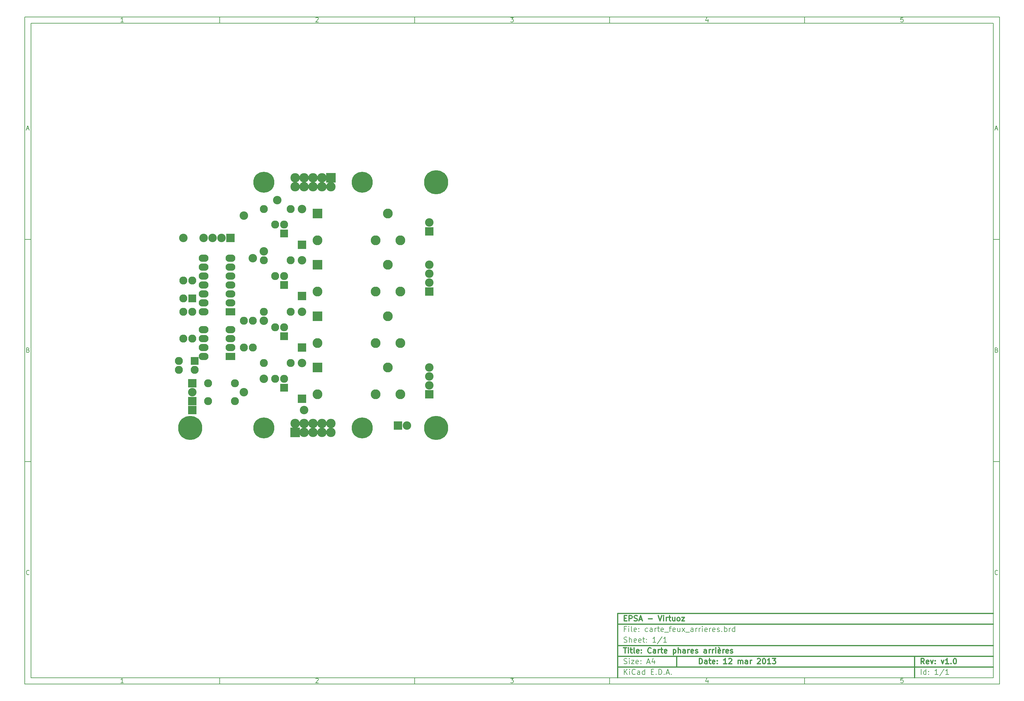
<source format=gts>
G04 (created by PCBNEW-RS274X (2012-01-19 BZR 3256)-stable) date 12/03/2013 15:18:44*
G01*
G70*
G90*
%MOIN*%
G04 Gerber Fmt 3.4, Leading zero omitted, Abs format*
%FSLAX34Y34*%
G04 APERTURE LIST*
%ADD10C,0.006000*%
%ADD11C,0.012000*%
%ADD12C,0.235000*%
%ADD13R,0.105000X0.105000*%
%ADD14C,0.105000*%
%ADD15R,0.095000X0.095000*%
%ADD16C,0.095000*%
%ADD17R,0.090000X0.090000*%
%ADD18C,0.090000*%
%ADD19R,0.110000X0.110000*%
%ADD20C,0.110000*%
%ADD21R,0.110000X0.082000*%
%ADD22O,0.110000X0.082000*%
%ADD23C,0.270000*%
G04 APERTURE END LIST*
G54D10*
X04000Y-04000D02*
X113000Y-04000D01*
X113000Y-78670D01*
X04000Y-78670D01*
X04000Y-04000D01*
X04700Y-04700D02*
X112300Y-04700D01*
X112300Y-77970D01*
X04700Y-77970D01*
X04700Y-04700D01*
X25800Y-04000D02*
X25800Y-04700D01*
X15043Y-04552D02*
X14757Y-04552D01*
X14900Y-04552D02*
X14900Y-04052D01*
X14852Y-04124D01*
X14805Y-04171D01*
X14757Y-04195D01*
X25800Y-78670D02*
X25800Y-77970D01*
X15043Y-78522D02*
X14757Y-78522D01*
X14900Y-78522D02*
X14900Y-78022D01*
X14852Y-78094D01*
X14805Y-78141D01*
X14757Y-78165D01*
X47600Y-04000D02*
X47600Y-04700D01*
X36557Y-04100D02*
X36581Y-04076D01*
X36629Y-04052D01*
X36748Y-04052D01*
X36795Y-04076D01*
X36819Y-04100D01*
X36843Y-04148D01*
X36843Y-04195D01*
X36819Y-04267D01*
X36533Y-04552D01*
X36843Y-04552D01*
X47600Y-78670D02*
X47600Y-77970D01*
X36557Y-78070D02*
X36581Y-78046D01*
X36629Y-78022D01*
X36748Y-78022D01*
X36795Y-78046D01*
X36819Y-78070D01*
X36843Y-78118D01*
X36843Y-78165D01*
X36819Y-78237D01*
X36533Y-78522D01*
X36843Y-78522D01*
X69400Y-04000D02*
X69400Y-04700D01*
X58333Y-04052D02*
X58643Y-04052D01*
X58476Y-04243D01*
X58548Y-04243D01*
X58595Y-04267D01*
X58619Y-04290D01*
X58643Y-04338D01*
X58643Y-04457D01*
X58619Y-04505D01*
X58595Y-04529D01*
X58548Y-04552D01*
X58405Y-04552D01*
X58357Y-04529D01*
X58333Y-04505D01*
X69400Y-78670D02*
X69400Y-77970D01*
X58333Y-78022D02*
X58643Y-78022D01*
X58476Y-78213D01*
X58548Y-78213D01*
X58595Y-78237D01*
X58619Y-78260D01*
X58643Y-78308D01*
X58643Y-78427D01*
X58619Y-78475D01*
X58595Y-78499D01*
X58548Y-78522D01*
X58405Y-78522D01*
X58357Y-78499D01*
X58333Y-78475D01*
X91200Y-04000D02*
X91200Y-04700D01*
X80395Y-04219D02*
X80395Y-04552D01*
X80276Y-04029D02*
X80157Y-04386D01*
X80467Y-04386D01*
X91200Y-78670D02*
X91200Y-77970D01*
X80395Y-78189D02*
X80395Y-78522D01*
X80276Y-77999D02*
X80157Y-78356D01*
X80467Y-78356D01*
X102219Y-04052D02*
X101981Y-04052D01*
X101957Y-04290D01*
X101981Y-04267D01*
X102029Y-04243D01*
X102148Y-04243D01*
X102195Y-04267D01*
X102219Y-04290D01*
X102243Y-04338D01*
X102243Y-04457D01*
X102219Y-04505D01*
X102195Y-04529D01*
X102148Y-04552D01*
X102029Y-04552D01*
X101981Y-04529D01*
X101957Y-04505D01*
X102219Y-78022D02*
X101981Y-78022D01*
X101957Y-78260D01*
X101981Y-78237D01*
X102029Y-78213D01*
X102148Y-78213D01*
X102195Y-78237D01*
X102219Y-78260D01*
X102243Y-78308D01*
X102243Y-78427D01*
X102219Y-78475D01*
X102195Y-78499D01*
X102148Y-78522D01*
X102029Y-78522D01*
X101981Y-78499D01*
X101957Y-78475D01*
X04000Y-28890D02*
X04700Y-28890D01*
X04231Y-16510D02*
X04469Y-16510D01*
X04184Y-16652D02*
X04350Y-16152D01*
X04517Y-16652D01*
X113000Y-28890D02*
X112300Y-28890D01*
X112531Y-16510D02*
X112769Y-16510D01*
X112484Y-16652D02*
X112650Y-16152D01*
X112817Y-16652D01*
X04000Y-53780D02*
X04700Y-53780D01*
X04386Y-41280D02*
X04457Y-41304D01*
X04481Y-41328D01*
X04505Y-41376D01*
X04505Y-41447D01*
X04481Y-41495D01*
X04457Y-41519D01*
X04410Y-41542D01*
X04219Y-41542D01*
X04219Y-41042D01*
X04386Y-41042D01*
X04433Y-41066D01*
X04457Y-41090D01*
X04481Y-41138D01*
X04481Y-41185D01*
X04457Y-41233D01*
X04433Y-41257D01*
X04386Y-41280D01*
X04219Y-41280D01*
X113000Y-53780D02*
X112300Y-53780D01*
X112686Y-41280D02*
X112757Y-41304D01*
X112781Y-41328D01*
X112805Y-41376D01*
X112805Y-41447D01*
X112781Y-41495D01*
X112757Y-41519D01*
X112710Y-41542D01*
X112519Y-41542D01*
X112519Y-41042D01*
X112686Y-41042D01*
X112733Y-41066D01*
X112757Y-41090D01*
X112781Y-41138D01*
X112781Y-41185D01*
X112757Y-41233D01*
X112733Y-41257D01*
X112686Y-41280D01*
X112519Y-41280D01*
X04505Y-66385D02*
X04481Y-66409D01*
X04410Y-66432D01*
X04362Y-66432D01*
X04290Y-66409D01*
X04243Y-66361D01*
X04219Y-66313D01*
X04195Y-66218D01*
X04195Y-66147D01*
X04219Y-66051D01*
X04243Y-66004D01*
X04290Y-65956D01*
X04362Y-65932D01*
X04410Y-65932D01*
X04481Y-65956D01*
X04505Y-65980D01*
X112805Y-66385D02*
X112781Y-66409D01*
X112710Y-66432D01*
X112662Y-66432D01*
X112590Y-66409D01*
X112543Y-66361D01*
X112519Y-66313D01*
X112495Y-66218D01*
X112495Y-66147D01*
X112519Y-66051D01*
X112543Y-66004D01*
X112590Y-65956D01*
X112662Y-65932D01*
X112710Y-65932D01*
X112781Y-65956D01*
X112805Y-65980D01*
G54D11*
X79443Y-76413D02*
X79443Y-75813D01*
X79586Y-75813D01*
X79671Y-75841D01*
X79729Y-75899D01*
X79757Y-75956D01*
X79786Y-76070D01*
X79786Y-76156D01*
X79757Y-76270D01*
X79729Y-76327D01*
X79671Y-76384D01*
X79586Y-76413D01*
X79443Y-76413D01*
X80300Y-76413D02*
X80300Y-76099D01*
X80271Y-76041D01*
X80214Y-76013D01*
X80100Y-76013D01*
X80043Y-76041D01*
X80300Y-76384D02*
X80243Y-76413D01*
X80100Y-76413D01*
X80043Y-76384D01*
X80014Y-76327D01*
X80014Y-76270D01*
X80043Y-76213D01*
X80100Y-76184D01*
X80243Y-76184D01*
X80300Y-76156D01*
X80500Y-76013D02*
X80729Y-76013D01*
X80586Y-75813D02*
X80586Y-76327D01*
X80614Y-76384D01*
X80672Y-76413D01*
X80729Y-76413D01*
X81157Y-76384D02*
X81100Y-76413D01*
X80986Y-76413D01*
X80929Y-76384D01*
X80900Y-76327D01*
X80900Y-76099D01*
X80929Y-76041D01*
X80986Y-76013D01*
X81100Y-76013D01*
X81157Y-76041D01*
X81186Y-76099D01*
X81186Y-76156D01*
X80900Y-76213D01*
X81443Y-76356D02*
X81471Y-76384D01*
X81443Y-76413D01*
X81414Y-76384D01*
X81443Y-76356D01*
X81443Y-76413D01*
X81443Y-76041D02*
X81471Y-76070D01*
X81443Y-76099D01*
X81414Y-76070D01*
X81443Y-76041D01*
X81443Y-76099D01*
X82500Y-76413D02*
X82157Y-76413D01*
X82329Y-76413D02*
X82329Y-75813D01*
X82272Y-75899D01*
X82214Y-75956D01*
X82157Y-75984D01*
X82728Y-75870D02*
X82757Y-75841D01*
X82814Y-75813D01*
X82957Y-75813D01*
X83014Y-75841D01*
X83043Y-75870D01*
X83071Y-75927D01*
X83071Y-75984D01*
X83043Y-76070D01*
X82700Y-76413D01*
X83071Y-76413D01*
X83785Y-76413D02*
X83785Y-76013D01*
X83785Y-76070D02*
X83813Y-76041D01*
X83871Y-76013D01*
X83956Y-76013D01*
X84013Y-76041D01*
X84042Y-76099D01*
X84042Y-76413D01*
X84042Y-76099D02*
X84071Y-76041D01*
X84128Y-76013D01*
X84213Y-76013D01*
X84271Y-76041D01*
X84299Y-76099D01*
X84299Y-76413D01*
X84842Y-76413D02*
X84842Y-76099D01*
X84813Y-76041D01*
X84756Y-76013D01*
X84642Y-76013D01*
X84585Y-76041D01*
X84842Y-76384D02*
X84785Y-76413D01*
X84642Y-76413D01*
X84585Y-76384D01*
X84556Y-76327D01*
X84556Y-76270D01*
X84585Y-76213D01*
X84642Y-76184D01*
X84785Y-76184D01*
X84842Y-76156D01*
X85128Y-76413D02*
X85128Y-76013D01*
X85128Y-76127D02*
X85156Y-76070D01*
X85185Y-76041D01*
X85242Y-76013D01*
X85299Y-76013D01*
X85927Y-75870D02*
X85956Y-75841D01*
X86013Y-75813D01*
X86156Y-75813D01*
X86213Y-75841D01*
X86242Y-75870D01*
X86270Y-75927D01*
X86270Y-75984D01*
X86242Y-76070D01*
X85899Y-76413D01*
X86270Y-76413D01*
X86641Y-75813D02*
X86698Y-75813D01*
X86755Y-75841D01*
X86784Y-75870D01*
X86813Y-75927D01*
X86841Y-76041D01*
X86841Y-76184D01*
X86813Y-76299D01*
X86784Y-76356D01*
X86755Y-76384D01*
X86698Y-76413D01*
X86641Y-76413D01*
X86584Y-76384D01*
X86555Y-76356D01*
X86527Y-76299D01*
X86498Y-76184D01*
X86498Y-76041D01*
X86527Y-75927D01*
X86555Y-75870D01*
X86584Y-75841D01*
X86641Y-75813D01*
X87412Y-76413D02*
X87069Y-76413D01*
X87241Y-76413D02*
X87241Y-75813D01*
X87184Y-75899D01*
X87126Y-75956D01*
X87069Y-75984D01*
X87612Y-75813D02*
X87983Y-75813D01*
X87783Y-76041D01*
X87869Y-76041D01*
X87926Y-76070D01*
X87955Y-76099D01*
X87983Y-76156D01*
X87983Y-76299D01*
X87955Y-76356D01*
X87926Y-76384D01*
X87869Y-76413D01*
X87697Y-76413D01*
X87640Y-76384D01*
X87612Y-76356D01*
G54D10*
X71043Y-77613D02*
X71043Y-77013D01*
X71386Y-77613D02*
X71129Y-77270D01*
X71386Y-77013D02*
X71043Y-77356D01*
X71643Y-77613D02*
X71643Y-77213D01*
X71643Y-77013D02*
X71614Y-77041D01*
X71643Y-77070D01*
X71671Y-77041D01*
X71643Y-77013D01*
X71643Y-77070D01*
X72272Y-77556D02*
X72243Y-77584D01*
X72157Y-77613D01*
X72100Y-77613D01*
X72015Y-77584D01*
X71957Y-77527D01*
X71929Y-77470D01*
X71900Y-77356D01*
X71900Y-77270D01*
X71929Y-77156D01*
X71957Y-77099D01*
X72015Y-77041D01*
X72100Y-77013D01*
X72157Y-77013D01*
X72243Y-77041D01*
X72272Y-77070D01*
X72786Y-77613D02*
X72786Y-77299D01*
X72757Y-77241D01*
X72700Y-77213D01*
X72586Y-77213D01*
X72529Y-77241D01*
X72786Y-77584D02*
X72729Y-77613D01*
X72586Y-77613D01*
X72529Y-77584D01*
X72500Y-77527D01*
X72500Y-77470D01*
X72529Y-77413D01*
X72586Y-77384D01*
X72729Y-77384D01*
X72786Y-77356D01*
X73329Y-77613D02*
X73329Y-77013D01*
X73329Y-77584D02*
X73272Y-77613D01*
X73158Y-77613D01*
X73100Y-77584D01*
X73072Y-77556D01*
X73043Y-77499D01*
X73043Y-77327D01*
X73072Y-77270D01*
X73100Y-77241D01*
X73158Y-77213D01*
X73272Y-77213D01*
X73329Y-77241D01*
X74072Y-77299D02*
X74272Y-77299D01*
X74358Y-77613D02*
X74072Y-77613D01*
X74072Y-77013D01*
X74358Y-77013D01*
X74615Y-77556D02*
X74643Y-77584D01*
X74615Y-77613D01*
X74586Y-77584D01*
X74615Y-77556D01*
X74615Y-77613D01*
X74901Y-77613D02*
X74901Y-77013D01*
X75044Y-77013D01*
X75129Y-77041D01*
X75187Y-77099D01*
X75215Y-77156D01*
X75244Y-77270D01*
X75244Y-77356D01*
X75215Y-77470D01*
X75187Y-77527D01*
X75129Y-77584D01*
X75044Y-77613D01*
X74901Y-77613D01*
X75501Y-77556D02*
X75529Y-77584D01*
X75501Y-77613D01*
X75472Y-77584D01*
X75501Y-77556D01*
X75501Y-77613D01*
X75758Y-77441D02*
X76044Y-77441D01*
X75701Y-77613D02*
X75901Y-77013D01*
X76101Y-77613D01*
X76301Y-77556D02*
X76329Y-77584D01*
X76301Y-77613D01*
X76272Y-77584D01*
X76301Y-77556D01*
X76301Y-77613D01*
G54D11*
X104586Y-76413D02*
X104386Y-76127D01*
X104243Y-76413D02*
X104243Y-75813D01*
X104471Y-75813D01*
X104529Y-75841D01*
X104557Y-75870D01*
X104586Y-75927D01*
X104586Y-76013D01*
X104557Y-76070D01*
X104529Y-76099D01*
X104471Y-76127D01*
X104243Y-76127D01*
X105071Y-76384D02*
X105014Y-76413D01*
X104900Y-76413D01*
X104843Y-76384D01*
X104814Y-76327D01*
X104814Y-76099D01*
X104843Y-76041D01*
X104900Y-76013D01*
X105014Y-76013D01*
X105071Y-76041D01*
X105100Y-76099D01*
X105100Y-76156D01*
X104814Y-76213D01*
X105300Y-76013D02*
X105443Y-76413D01*
X105585Y-76013D01*
X105814Y-76356D02*
X105842Y-76384D01*
X105814Y-76413D01*
X105785Y-76384D01*
X105814Y-76356D01*
X105814Y-76413D01*
X105814Y-76041D02*
X105842Y-76070D01*
X105814Y-76099D01*
X105785Y-76070D01*
X105814Y-76041D01*
X105814Y-76099D01*
X106500Y-76013D02*
X106643Y-76413D01*
X106785Y-76013D01*
X107328Y-76413D02*
X106985Y-76413D01*
X107157Y-76413D02*
X107157Y-75813D01*
X107100Y-75899D01*
X107042Y-75956D01*
X106985Y-75984D01*
X107585Y-76356D02*
X107613Y-76384D01*
X107585Y-76413D01*
X107556Y-76384D01*
X107585Y-76356D01*
X107585Y-76413D01*
X107985Y-75813D02*
X108042Y-75813D01*
X108099Y-75841D01*
X108128Y-75870D01*
X108157Y-75927D01*
X108185Y-76041D01*
X108185Y-76184D01*
X108157Y-76299D01*
X108128Y-76356D01*
X108099Y-76384D01*
X108042Y-76413D01*
X107985Y-76413D01*
X107928Y-76384D01*
X107899Y-76356D01*
X107871Y-76299D01*
X107842Y-76184D01*
X107842Y-76041D01*
X107871Y-75927D01*
X107899Y-75870D01*
X107928Y-75841D01*
X107985Y-75813D01*
G54D10*
X71014Y-76384D02*
X71100Y-76413D01*
X71243Y-76413D01*
X71300Y-76384D01*
X71329Y-76356D01*
X71357Y-76299D01*
X71357Y-76241D01*
X71329Y-76184D01*
X71300Y-76156D01*
X71243Y-76127D01*
X71129Y-76099D01*
X71071Y-76070D01*
X71043Y-76041D01*
X71014Y-75984D01*
X71014Y-75927D01*
X71043Y-75870D01*
X71071Y-75841D01*
X71129Y-75813D01*
X71271Y-75813D01*
X71357Y-75841D01*
X71614Y-76413D02*
X71614Y-76013D01*
X71614Y-75813D02*
X71585Y-75841D01*
X71614Y-75870D01*
X71642Y-75841D01*
X71614Y-75813D01*
X71614Y-75870D01*
X71843Y-76013D02*
X72157Y-76013D01*
X71843Y-76413D01*
X72157Y-76413D01*
X72614Y-76384D02*
X72557Y-76413D01*
X72443Y-76413D01*
X72386Y-76384D01*
X72357Y-76327D01*
X72357Y-76099D01*
X72386Y-76041D01*
X72443Y-76013D01*
X72557Y-76013D01*
X72614Y-76041D01*
X72643Y-76099D01*
X72643Y-76156D01*
X72357Y-76213D01*
X72900Y-76356D02*
X72928Y-76384D01*
X72900Y-76413D01*
X72871Y-76384D01*
X72900Y-76356D01*
X72900Y-76413D01*
X72900Y-76041D02*
X72928Y-76070D01*
X72900Y-76099D01*
X72871Y-76070D01*
X72900Y-76041D01*
X72900Y-76099D01*
X73614Y-76241D02*
X73900Y-76241D01*
X73557Y-76413D02*
X73757Y-75813D01*
X73957Y-76413D01*
X74414Y-76013D02*
X74414Y-76413D01*
X74271Y-75784D02*
X74128Y-76213D01*
X74500Y-76213D01*
X104243Y-77613D02*
X104243Y-77013D01*
X104786Y-77613D02*
X104786Y-77013D01*
X104786Y-77584D02*
X104729Y-77613D01*
X104615Y-77613D01*
X104557Y-77584D01*
X104529Y-77556D01*
X104500Y-77499D01*
X104500Y-77327D01*
X104529Y-77270D01*
X104557Y-77241D01*
X104615Y-77213D01*
X104729Y-77213D01*
X104786Y-77241D01*
X105072Y-77556D02*
X105100Y-77584D01*
X105072Y-77613D01*
X105043Y-77584D01*
X105072Y-77556D01*
X105072Y-77613D01*
X105072Y-77241D02*
X105100Y-77270D01*
X105072Y-77299D01*
X105043Y-77270D01*
X105072Y-77241D01*
X105072Y-77299D01*
X106129Y-77613D02*
X105786Y-77613D01*
X105958Y-77613D02*
X105958Y-77013D01*
X105901Y-77099D01*
X105843Y-77156D01*
X105786Y-77184D01*
X106814Y-76984D02*
X106300Y-77756D01*
X107329Y-77613D02*
X106986Y-77613D01*
X107158Y-77613D02*
X107158Y-77013D01*
X107101Y-77099D01*
X107043Y-77156D01*
X106986Y-77184D01*
G54D11*
X70957Y-74613D02*
X71300Y-74613D01*
X71129Y-75213D02*
X71129Y-74613D01*
X71500Y-75213D02*
X71500Y-74813D01*
X71500Y-74613D02*
X71471Y-74641D01*
X71500Y-74670D01*
X71528Y-74641D01*
X71500Y-74613D01*
X71500Y-74670D01*
X71700Y-74813D02*
X71929Y-74813D01*
X71786Y-74613D02*
X71786Y-75127D01*
X71814Y-75184D01*
X71872Y-75213D01*
X71929Y-75213D01*
X72215Y-75213D02*
X72157Y-75184D01*
X72129Y-75127D01*
X72129Y-74613D01*
X72671Y-75184D02*
X72614Y-75213D01*
X72500Y-75213D01*
X72443Y-75184D01*
X72414Y-75127D01*
X72414Y-74899D01*
X72443Y-74841D01*
X72500Y-74813D01*
X72614Y-74813D01*
X72671Y-74841D01*
X72700Y-74899D01*
X72700Y-74956D01*
X72414Y-75013D01*
X72957Y-75156D02*
X72985Y-75184D01*
X72957Y-75213D01*
X72928Y-75184D01*
X72957Y-75156D01*
X72957Y-75213D01*
X72957Y-74841D02*
X72985Y-74870D01*
X72957Y-74899D01*
X72928Y-74870D01*
X72957Y-74841D01*
X72957Y-74899D01*
X74043Y-75156D02*
X74014Y-75184D01*
X73928Y-75213D01*
X73871Y-75213D01*
X73786Y-75184D01*
X73728Y-75127D01*
X73700Y-75070D01*
X73671Y-74956D01*
X73671Y-74870D01*
X73700Y-74756D01*
X73728Y-74699D01*
X73786Y-74641D01*
X73871Y-74613D01*
X73928Y-74613D01*
X74014Y-74641D01*
X74043Y-74670D01*
X74557Y-75213D02*
X74557Y-74899D01*
X74528Y-74841D01*
X74471Y-74813D01*
X74357Y-74813D01*
X74300Y-74841D01*
X74557Y-75184D02*
X74500Y-75213D01*
X74357Y-75213D01*
X74300Y-75184D01*
X74271Y-75127D01*
X74271Y-75070D01*
X74300Y-75013D01*
X74357Y-74984D01*
X74500Y-74984D01*
X74557Y-74956D01*
X74843Y-75213D02*
X74843Y-74813D01*
X74843Y-74927D02*
X74871Y-74870D01*
X74900Y-74841D01*
X74957Y-74813D01*
X75014Y-74813D01*
X75128Y-74813D02*
X75357Y-74813D01*
X75214Y-74613D02*
X75214Y-75127D01*
X75242Y-75184D01*
X75300Y-75213D01*
X75357Y-75213D01*
X75785Y-75184D02*
X75728Y-75213D01*
X75614Y-75213D01*
X75557Y-75184D01*
X75528Y-75127D01*
X75528Y-74899D01*
X75557Y-74841D01*
X75614Y-74813D01*
X75728Y-74813D01*
X75785Y-74841D01*
X75814Y-74899D01*
X75814Y-74956D01*
X75528Y-75013D01*
X76528Y-74813D02*
X76528Y-75413D01*
X76528Y-74841D02*
X76585Y-74813D01*
X76699Y-74813D01*
X76756Y-74841D01*
X76785Y-74870D01*
X76814Y-74927D01*
X76814Y-75099D01*
X76785Y-75156D01*
X76756Y-75184D01*
X76699Y-75213D01*
X76585Y-75213D01*
X76528Y-75184D01*
X77071Y-75213D02*
X77071Y-74613D01*
X77328Y-75213D02*
X77328Y-74899D01*
X77299Y-74841D01*
X77242Y-74813D01*
X77157Y-74813D01*
X77099Y-74841D01*
X77071Y-74870D01*
X77871Y-75213D02*
X77871Y-74899D01*
X77842Y-74841D01*
X77785Y-74813D01*
X77671Y-74813D01*
X77614Y-74841D01*
X77871Y-75184D02*
X77814Y-75213D01*
X77671Y-75213D01*
X77614Y-75184D01*
X77585Y-75127D01*
X77585Y-75070D01*
X77614Y-75013D01*
X77671Y-74984D01*
X77814Y-74984D01*
X77871Y-74956D01*
X78157Y-75213D02*
X78157Y-74813D01*
X78157Y-74927D02*
X78185Y-74870D01*
X78214Y-74841D01*
X78271Y-74813D01*
X78328Y-74813D01*
X78756Y-75184D02*
X78699Y-75213D01*
X78585Y-75213D01*
X78528Y-75184D01*
X78499Y-75127D01*
X78499Y-74899D01*
X78528Y-74841D01*
X78585Y-74813D01*
X78699Y-74813D01*
X78756Y-74841D01*
X78785Y-74899D01*
X78785Y-74956D01*
X78499Y-75013D01*
X79013Y-75184D02*
X79070Y-75213D01*
X79185Y-75213D01*
X79242Y-75184D01*
X79270Y-75127D01*
X79270Y-75099D01*
X79242Y-75041D01*
X79185Y-75013D01*
X79099Y-75013D01*
X79042Y-74984D01*
X79013Y-74927D01*
X79013Y-74899D01*
X79042Y-74841D01*
X79099Y-74813D01*
X79185Y-74813D01*
X79242Y-74841D01*
X80242Y-75213D02*
X80242Y-74899D01*
X80213Y-74841D01*
X80156Y-74813D01*
X80042Y-74813D01*
X79985Y-74841D01*
X80242Y-75184D02*
X80185Y-75213D01*
X80042Y-75213D01*
X79985Y-75184D01*
X79956Y-75127D01*
X79956Y-75070D01*
X79985Y-75013D01*
X80042Y-74984D01*
X80185Y-74984D01*
X80242Y-74956D01*
X80528Y-75213D02*
X80528Y-74813D01*
X80528Y-74927D02*
X80556Y-74870D01*
X80585Y-74841D01*
X80642Y-74813D01*
X80699Y-74813D01*
X80899Y-75213D02*
X80899Y-74813D01*
X80899Y-74927D02*
X80927Y-74870D01*
X80956Y-74841D01*
X81013Y-74813D01*
X81070Y-74813D01*
X81270Y-75213D02*
X81270Y-74813D01*
X81270Y-74613D02*
X81241Y-74641D01*
X81270Y-74670D01*
X81298Y-74641D01*
X81270Y-74613D01*
X81270Y-74670D01*
X81784Y-75184D02*
X81727Y-75213D01*
X81613Y-75213D01*
X81556Y-75184D01*
X81527Y-75127D01*
X81527Y-74899D01*
X81556Y-74841D01*
X81613Y-74813D01*
X81727Y-74813D01*
X81784Y-74841D01*
X81813Y-74899D01*
X81813Y-74956D01*
X81527Y-75013D01*
X81613Y-74584D02*
X81699Y-74670D01*
X82070Y-75213D02*
X82070Y-74813D01*
X82070Y-74927D02*
X82098Y-74870D01*
X82127Y-74841D01*
X82184Y-74813D01*
X82241Y-74813D01*
X82669Y-75184D02*
X82612Y-75213D01*
X82498Y-75213D01*
X82441Y-75184D01*
X82412Y-75127D01*
X82412Y-74899D01*
X82441Y-74841D01*
X82498Y-74813D01*
X82612Y-74813D01*
X82669Y-74841D01*
X82698Y-74899D01*
X82698Y-74956D01*
X82412Y-75013D01*
X82926Y-75184D02*
X82983Y-75213D01*
X83098Y-75213D01*
X83155Y-75184D01*
X83183Y-75127D01*
X83183Y-75099D01*
X83155Y-75041D01*
X83098Y-75013D01*
X83012Y-75013D01*
X82955Y-74984D01*
X82926Y-74927D01*
X82926Y-74899D01*
X82955Y-74841D01*
X83012Y-74813D01*
X83098Y-74813D01*
X83155Y-74841D01*
G54D10*
X71243Y-72499D02*
X71043Y-72499D01*
X71043Y-72813D02*
X71043Y-72213D01*
X71329Y-72213D01*
X71557Y-72813D02*
X71557Y-72413D01*
X71557Y-72213D02*
X71528Y-72241D01*
X71557Y-72270D01*
X71585Y-72241D01*
X71557Y-72213D01*
X71557Y-72270D01*
X71929Y-72813D02*
X71871Y-72784D01*
X71843Y-72727D01*
X71843Y-72213D01*
X72385Y-72784D02*
X72328Y-72813D01*
X72214Y-72813D01*
X72157Y-72784D01*
X72128Y-72727D01*
X72128Y-72499D01*
X72157Y-72441D01*
X72214Y-72413D01*
X72328Y-72413D01*
X72385Y-72441D01*
X72414Y-72499D01*
X72414Y-72556D01*
X72128Y-72613D01*
X72671Y-72756D02*
X72699Y-72784D01*
X72671Y-72813D01*
X72642Y-72784D01*
X72671Y-72756D01*
X72671Y-72813D01*
X72671Y-72441D02*
X72699Y-72470D01*
X72671Y-72499D01*
X72642Y-72470D01*
X72671Y-72441D01*
X72671Y-72499D01*
X73671Y-72784D02*
X73614Y-72813D01*
X73500Y-72813D01*
X73442Y-72784D01*
X73414Y-72756D01*
X73385Y-72699D01*
X73385Y-72527D01*
X73414Y-72470D01*
X73442Y-72441D01*
X73500Y-72413D01*
X73614Y-72413D01*
X73671Y-72441D01*
X74185Y-72813D02*
X74185Y-72499D01*
X74156Y-72441D01*
X74099Y-72413D01*
X73985Y-72413D01*
X73928Y-72441D01*
X74185Y-72784D02*
X74128Y-72813D01*
X73985Y-72813D01*
X73928Y-72784D01*
X73899Y-72727D01*
X73899Y-72670D01*
X73928Y-72613D01*
X73985Y-72584D01*
X74128Y-72584D01*
X74185Y-72556D01*
X74471Y-72813D02*
X74471Y-72413D01*
X74471Y-72527D02*
X74499Y-72470D01*
X74528Y-72441D01*
X74585Y-72413D01*
X74642Y-72413D01*
X74756Y-72413D02*
X74985Y-72413D01*
X74842Y-72213D02*
X74842Y-72727D01*
X74870Y-72784D01*
X74928Y-72813D01*
X74985Y-72813D01*
X75413Y-72784D02*
X75356Y-72813D01*
X75242Y-72813D01*
X75185Y-72784D01*
X75156Y-72727D01*
X75156Y-72499D01*
X75185Y-72441D01*
X75242Y-72413D01*
X75356Y-72413D01*
X75413Y-72441D01*
X75442Y-72499D01*
X75442Y-72556D01*
X75156Y-72613D01*
X75556Y-72870D02*
X76013Y-72870D01*
X76070Y-72413D02*
X76299Y-72413D01*
X76156Y-72813D02*
X76156Y-72299D01*
X76184Y-72241D01*
X76242Y-72213D01*
X76299Y-72213D01*
X76727Y-72784D02*
X76670Y-72813D01*
X76556Y-72813D01*
X76499Y-72784D01*
X76470Y-72727D01*
X76470Y-72499D01*
X76499Y-72441D01*
X76556Y-72413D01*
X76670Y-72413D01*
X76727Y-72441D01*
X76756Y-72499D01*
X76756Y-72556D01*
X76470Y-72613D01*
X77270Y-72413D02*
X77270Y-72813D01*
X77013Y-72413D02*
X77013Y-72727D01*
X77041Y-72784D01*
X77099Y-72813D01*
X77184Y-72813D01*
X77241Y-72784D01*
X77270Y-72756D01*
X77499Y-72813D02*
X77813Y-72413D01*
X77499Y-72413D02*
X77813Y-72813D01*
X77899Y-72870D02*
X78356Y-72870D01*
X78756Y-72813D02*
X78756Y-72499D01*
X78727Y-72441D01*
X78670Y-72413D01*
X78556Y-72413D01*
X78499Y-72441D01*
X78756Y-72784D02*
X78699Y-72813D01*
X78556Y-72813D01*
X78499Y-72784D01*
X78470Y-72727D01*
X78470Y-72670D01*
X78499Y-72613D01*
X78556Y-72584D01*
X78699Y-72584D01*
X78756Y-72556D01*
X79042Y-72813D02*
X79042Y-72413D01*
X79042Y-72527D02*
X79070Y-72470D01*
X79099Y-72441D01*
X79156Y-72413D01*
X79213Y-72413D01*
X79413Y-72813D02*
X79413Y-72413D01*
X79413Y-72527D02*
X79441Y-72470D01*
X79470Y-72441D01*
X79527Y-72413D01*
X79584Y-72413D01*
X79784Y-72813D02*
X79784Y-72413D01*
X79784Y-72213D02*
X79755Y-72241D01*
X79784Y-72270D01*
X79812Y-72241D01*
X79784Y-72213D01*
X79784Y-72270D01*
X80298Y-72784D02*
X80241Y-72813D01*
X80127Y-72813D01*
X80070Y-72784D01*
X80041Y-72727D01*
X80041Y-72499D01*
X80070Y-72441D01*
X80127Y-72413D01*
X80241Y-72413D01*
X80298Y-72441D01*
X80327Y-72499D01*
X80327Y-72556D01*
X80041Y-72613D01*
X80584Y-72813D02*
X80584Y-72413D01*
X80584Y-72527D02*
X80612Y-72470D01*
X80641Y-72441D01*
X80698Y-72413D01*
X80755Y-72413D01*
X81183Y-72784D02*
X81126Y-72813D01*
X81012Y-72813D01*
X80955Y-72784D01*
X80926Y-72727D01*
X80926Y-72499D01*
X80955Y-72441D01*
X81012Y-72413D01*
X81126Y-72413D01*
X81183Y-72441D01*
X81212Y-72499D01*
X81212Y-72556D01*
X80926Y-72613D01*
X81440Y-72784D02*
X81497Y-72813D01*
X81612Y-72813D01*
X81669Y-72784D01*
X81697Y-72727D01*
X81697Y-72699D01*
X81669Y-72641D01*
X81612Y-72613D01*
X81526Y-72613D01*
X81469Y-72584D01*
X81440Y-72527D01*
X81440Y-72499D01*
X81469Y-72441D01*
X81526Y-72413D01*
X81612Y-72413D01*
X81669Y-72441D01*
X81955Y-72756D02*
X81983Y-72784D01*
X81955Y-72813D01*
X81926Y-72784D01*
X81955Y-72756D01*
X81955Y-72813D01*
X82241Y-72813D02*
X82241Y-72213D01*
X82241Y-72441D02*
X82298Y-72413D01*
X82412Y-72413D01*
X82469Y-72441D01*
X82498Y-72470D01*
X82527Y-72527D01*
X82527Y-72699D01*
X82498Y-72756D01*
X82469Y-72784D01*
X82412Y-72813D01*
X82298Y-72813D01*
X82241Y-72784D01*
X82784Y-72813D02*
X82784Y-72413D01*
X82784Y-72527D02*
X82812Y-72470D01*
X82841Y-72441D01*
X82898Y-72413D01*
X82955Y-72413D01*
X83412Y-72813D02*
X83412Y-72213D01*
X83412Y-72784D02*
X83355Y-72813D01*
X83241Y-72813D01*
X83183Y-72784D01*
X83155Y-72756D01*
X83126Y-72699D01*
X83126Y-72527D01*
X83155Y-72470D01*
X83183Y-72441D01*
X83241Y-72413D01*
X83355Y-72413D01*
X83412Y-72441D01*
X71014Y-73984D02*
X71100Y-74013D01*
X71243Y-74013D01*
X71300Y-73984D01*
X71329Y-73956D01*
X71357Y-73899D01*
X71357Y-73841D01*
X71329Y-73784D01*
X71300Y-73756D01*
X71243Y-73727D01*
X71129Y-73699D01*
X71071Y-73670D01*
X71043Y-73641D01*
X71014Y-73584D01*
X71014Y-73527D01*
X71043Y-73470D01*
X71071Y-73441D01*
X71129Y-73413D01*
X71271Y-73413D01*
X71357Y-73441D01*
X71614Y-74013D02*
X71614Y-73413D01*
X71871Y-74013D02*
X71871Y-73699D01*
X71842Y-73641D01*
X71785Y-73613D01*
X71700Y-73613D01*
X71642Y-73641D01*
X71614Y-73670D01*
X72385Y-73984D02*
X72328Y-74013D01*
X72214Y-74013D01*
X72157Y-73984D01*
X72128Y-73927D01*
X72128Y-73699D01*
X72157Y-73641D01*
X72214Y-73613D01*
X72328Y-73613D01*
X72385Y-73641D01*
X72414Y-73699D01*
X72414Y-73756D01*
X72128Y-73813D01*
X72899Y-73984D02*
X72842Y-74013D01*
X72728Y-74013D01*
X72671Y-73984D01*
X72642Y-73927D01*
X72642Y-73699D01*
X72671Y-73641D01*
X72728Y-73613D01*
X72842Y-73613D01*
X72899Y-73641D01*
X72928Y-73699D01*
X72928Y-73756D01*
X72642Y-73813D01*
X73099Y-73613D02*
X73328Y-73613D01*
X73185Y-73413D02*
X73185Y-73927D01*
X73213Y-73984D01*
X73271Y-74013D01*
X73328Y-74013D01*
X73528Y-73956D02*
X73556Y-73984D01*
X73528Y-74013D01*
X73499Y-73984D01*
X73528Y-73956D01*
X73528Y-74013D01*
X73528Y-73641D02*
X73556Y-73670D01*
X73528Y-73699D01*
X73499Y-73670D01*
X73528Y-73641D01*
X73528Y-73699D01*
X74585Y-74013D02*
X74242Y-74013D01*
X74414Y-74013D02*
X74414Y-73413D01*
X74357Y-73499D01*
X74299Y-73556D01*
X74242Y-73584D01*
X75270Y-73384D02*
X74756Y-74156D01*
X75785Y-74013D02*
X75442Y-74013D01*
X75614Y-74013D02*
X75614Y-73413D01*
X75557Y-73499D01*
X75499Y-73556D01*
X75442Y-73584D01*
G54D11*
X71043Y-71299D02*
X71243Y-71299D01*
X71329Y-71613D02*
X71043Y-71613D01*
X71043Y-71013D01*
X71329Y-71013D01*
X71586Y-71613D02*
X71586Y-71013D01*
X71814Y-71013D01*
X71872Y-71041D01*
X71900Y-71070D01*
X71929Y-71127D01*
X71929Y-71213D01*
X71900Y-71270D01*
X71872Y-71299D01*
X71814Y-71327D01*
X71586Y-71327D01*
X72157Y-71584D02*
X72243Y-71613D01*
X72386Y-71613D01*
X72443Y-71584D01*
X72472Y-71556D01*
X72500Y-71499D01*
X72500Y-71441D01*
X72472Y-71384D01*
X72443Y-71356D01*
X72386Y-71327D01*
X72272Y-71299D01*
X72214Y-71270D01*
X72186Y-71241D01*
X72157Y-71184D01*
X72157Y-71127D01*
X72186Y-71070D01*
X72214Y-71041D01*
X72272Y-71013D01*
X72414Y-71013D01*
X72500Y-71041D01*
X72728Y-71441D02*
X73014Y-71441D01*
X72671Y-71613D02*
X72871Y-71013D01*
X73071Y-71613D01*
X73728Y-71384D02*
X74185Y-71384D01*
X74842Y-71013D02*
X75042Y-71613D01*
X75242Y-71013D01*
X75442Y-71613D02*
X75442Y-71213D01*
X75442Y-71013D02*
X75413Y-71041D01*
X75442Y-71070D01*
X75470Y-71041D01*
X75442Y-71013D01*
X75442Y-71070D01*
X75728Y-71613D02*
X75728Y-71213D01*
X75728Y-71327D02*
X75756Y-71270D01*
X75785Y-71241D01*
X75842Y-71213D01*
X75899Y-71213D01*
X76013Y-71213D02*
X76242Y-71213D01*
X76099Y-71013D02*
X76099Y-71527D01*
X76127Y-71584D01*
X76185Y-71613D01*
X76242Y-71613D01*
X76699Y-71213D02*
X76699Y-71613D01*
X76442Y-71213D02*
X76442Y-71527D01*
X76470Y-71584D01*
X76528Y-71613D01*
X76613Y-71613D01*
X76670Y-71584D01*
X76699Y-71556D01*
X77071Y-71613D02*
X77013Y-71584D01*
X76985Y-71556D01*
X76956Y-71499D01*
X76956Y-71327D01*
X76985Y-71270D01*
X77013Y-71241D01*
X77071Y-71213D01*
X77156Y-71213D01*
X77213Y-71241D01*
X77242Y-71270D01*
X77271Y-71327D01*
X77271Y-71499D01*
X77242Y-71556D01*
X77213Y-71584D01*
X77156Y-71613D01*
X77071Y-71613D01*
X77471Y-71213D02*
X77785Y-71213D01*
X77471Y-71613D01*
X77785Y-71613D01*
X70300Y-70770D02*
X70300Y-77970D01*
X70300Y-71970D02*
X112300Y-71970D01*
X70300Y-70770D02*
X112300Y-70770D01*
X70300Y-74370D02*
X112300Y-74370D01*
X103500Y-75570D02*
X103500Y-77970D01*
X70300Y-76770D02*
X112300Y-76770D01*
X70300Y-75570D02*
X112300Y-75570D01*
X76900Y-75570D02*
X76900Y-76770D01*
G54D12*
X30750Y-50000D03*
X41750Y-50000D03*
G54D13*
X34250Y-50500D03*
G54D14*
X34250Y-49500D03*
X35250Y-50500D03*
X35250Y-49500D03*
X36250Y-50500D03*
X36250Y-49500D03*
X37250Y-50500D03*
X37250Y-49500D03*
X38250Y-50500D03*
X38250Y-49500D03*
G54D12*
X41750Y-22500D03*
X30750Y-22500D03*
G54D13*
X38250Y-22000D03*
G54D14*
X38250Y-23000D03*
X37250Y-22000D03*
X37250Y-23000D03*
X36250Y-22000D03*
X36250Y-23000D03*
X35250Y-22000D03*
X35250Y-23000D03*
X34250Y-22000D03*
X34250Y-23000D03*
G54D15*
X49250Y-28000D03*
G54D16*
X49250Y-27000D03*
X49250Y-43250D03*
X49250Y-44250D03*
G54D15*
X49250Y-46250D03*
G54D16*
X49250Y-45250D03*
X49250Y-31750D03*
X49250Y-32750D03*
G54D15*
X49250Y-34750D03*
G54D16*
X49250Y-33750D03*
G54D15*
X45750Y-49750D03*
G54D16*
X46750Y-49750D03*
G54D17*
X33000Y-34000D03*
G54D18*
X33000Y-33000D03*
X32000Y-33000D03*
G54D17*
X33000Y-39750D03*
G54D18*
X33000Y-38750D03*
X32000Y-38750D03*
G54D17*
X33000Y-45500D03*
G54D18*
X33000Y-44500D03*
X32000Y-44500D03*
G54D17*
X33000Y-28250D03*
G54D18*
X33000Y-27250D03*
X32000Y-27250D03*
G54D19*
X36750Y-37500D03*
G54D20*
X36750Y-40500D03*
X43246Y-40500D03*
X46002Y-40500D03*
X44624Y-37500D03*
G54D19*
X36750Y-31750D03*
G54D20*
X36750Y-34750D03*
X43246Y-34750D03*
X46002Y-34750D03*
X44624Y-31750D03*
G54D19*
X36750Y-43250D03*
G54D20*
X36750Y-46250D03*
X43246Y-46250D03*
X46002Y-46250D03*
X44624Y-43250D03*
G54D19*
X36750Y-26000D03*
G54D20*
X36750Y-29000D03*
X43246Y-29000D03*
X46002Y-29000D03*
X44624Y-26000D03*
G54D16*
X35000Y-37000D03*
G54D15*
X35000Y-41000D03*
G54D16*
X35000Y-31250D03*
G54D15*
X35000Y-35250D03*
G54D16*
X35000Y-42750D03*
G54D15*
X35000Y-46750D03*
G54D16*
X35000Y-25500D03*
G54D15*
X35000Y-29500D03*
G54D18*
X27500Y-45000D03*
X24500Y-45000D03*
X27500Y-47000D03*
X24500Y-47000D03*
X33750Y-37000D03*
X30750Y-37000D03*
X33750Y-31250D03*
X30750Y-31250D03*
X33750Y-42750D03*
X30750Y-42750D03*
X33750Y-25500D03*
X30750Y-25500D03*
X28500Y-38000D03*
X28500Y-41000D03*
X29500Y-41000D03*
X29500Y-38000D03*
X22750Y-37000D03*
X22750Y-40000D03*
X21750Y-40000D03*
X21750Y-37000D03*
G54D16*
X24000Y-28750D03*
X25000Y-28750D03*
G54D15*
X27000Y-28750D03*
G54D16*
X26000Y-28750D03*
G54D15*
X22750Y-47000D03*
X22750Y-48000D03*
X22750Y-45000D03*
G54D16*
X22750Y-46000D03*
G54D21*
X27000Y-42000D03*
G54D22*
X27000Y-41000D03*
X27000Y-40000D03*
X27000Y-39000D03*
X24000Y-39000D03*
X24000Y-40000D03*
X24000Y-41000D03*
X24000Y-42000D03*
G54D21*
X27000Y-37000D03*
G54D22*
X27000Y-36000D03*
X27000Y-35000D03*
X27000Y-34000D03*
X27000Y-33000D03*
X27000Y-32000D03*
X27000Y-31000D03*
X24000Y-31000D03*
X24000Y-32000D03*
X24000Y-33000D03*
X24000Y-34000D03*
X24000Y-35000D03*
X24000Y-36000D03*
X24000Y-37000D03*
G54D17*
X23000Y-42500D03*
G54D18*
X23000Y-43500D03*
G54D17*
X22750Y-35500D03*
G54D18*
X21750Y-35500D03*
X21250Y-42500D03*
X21250Y-43500D03*
X22750Y-33500D03*
X21750Y-33500D03*
G54D23*
X22500Y-50000D03*
X50000Y-50000D03*
X50000Y-22500D03*
G54D16*
X35250Y-48000D03*
X32250Y-24500D03*
X30750Y-30250D03*
X30750Y-38000D03*
X30750Y-44500D03*
X29500Y-31000D03*
X28500Y-46000D03*
X21750Y-28750D03*
X28500Y-26250D03*
M02*

</source>
